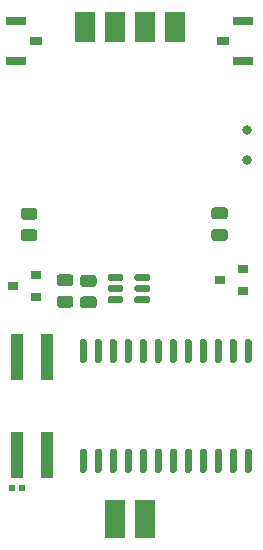
<source format=gbr>
%TF.GenerationSoftware,KiCad,Pcbnew,(5.1.10-1-10_14)*%
%TF.CreationDate,2021-06-13T18:58:13+09:00*%
%TF.ProjectId,tracer,74726163-6572-42e6-9b69-6361645f7063,rev?*%
%TF.SameCoordinates,Original*%
%TF.FileFunction,Soldermask,Bot*%
%TF.FilePolarity,Negative*%
%FSLAX46Y46*%
G04 Gerber Fmt 4.6, Leading zero omitted, Abs format (unit mm)*
G04 Created by KiCad (PCBNEW (5.1.10-1-10_14)) date 2021-06-13 18:58:13*
%MOMM*%
%LPD*%
G01*
G04 APERTURE LIST*
%ADD10C,0.010000*%
%ADD11R,1.800000X2.500000*%
%ADD12R,1.700000X0.800000*%
%ADD13R,1.100000X0.800000*%
%ADD14C,0.800000*%
%ADD15R,1.000000X4.000000*%
%ADD16R,0.500000X0.600000*%
%ADD17R,0.900000X0.800000*%
G04 APERTURE END LIST*
D10*
%TO.C,J1*%
G36*
X500000Y3750000D02*
G01*
X2100000Y3750000D01*
X2100000Y6850000D01*
X500000Y6850000D01*
X500000Y3750000D01*
G37*
X500000Y3750000D02*
X2100000Y3750000D01*
X2100000Y6850000D01*
X500000Y6850000D01*
X500000Y3750000D01*
G36*
X-2100000Y3750000D02*
G01*
X-500000Y3750000D01*
X-500000Y6850000D01*
X-2100000Y6850000D01*
X-2100000Y3750000D01*
G37*
X-2100000Y3750000D02*
X-500000Y3750000D01*
X-500000Y6850000D01*
X-2100000Y6850000D01*
X-2100000Y3750000D01*
%TD*%
D11*
%TO.C,A2*%
X3810000Y46889000D03*
X1270000Y46889000D03*
X-1270000Y46889000D03*
X-3810000Y46889000D03*
%TD*%
D12*
%TO.C,S2*%
X-9588500Y47420000D03*
X-9588500Y44020000D03*
D13*
X-7938500Y45720000D03*
%TD*%
D12*
%TO.C,S1*%
X9588500Y44020000D03*
X9588500Y47420000D03*
D13*
X7938500Y45720000D03*
%TD*%
%TO.C,R4*%
G36*
G01*
X-5911002Y24174500D02*
X-5010998Y24174500D01*
G75*
G02*
X-4761000Y23924502I0J-249998D01*
G01*
X-4761000Y23399498D01*
G75*
G02*
X-5010998Y23149500I-249998J0D01*
G01*
X-5911002Y23149500D01*
G75*
G02*
X-6161000Y23399498I0J249998D01*
G01*
X-6161000Y23924502D01*
G75*
G02*
X-5911002Y24174500I249998J0D01*
G01*
G37*
G36*
G01*
X-5911002Y25999500D02*
X-5010998Y25999500D01*
G75*
G02*
X-4761000Y25749502I0J-249998D01*
G01*
X-4761000Y25224498D01*
G75*
G02*
X-5010998Y24974500I-249998J0D01*
G01*
X-5911002Y24974500D01*
G75*
G02*
X-6161000Y25224498I0J249998D01*
G01*
X-6161000Y25749502D01*
G75*
G02*
X-5911002Y25999500I249998J0D01*
G01*
G37*
%TD*%
%TO.C,R3*%
G36*
G01*
X-3042498Y24911000D02*
X-3942502Y24911000D01*
G75*
G02*
X-4192500Y25160998I0J249998D01*
G01*
X-4192500Y25686002D01*
G75*
G02*
X-3942502Y25936000I249998J0D01*
G01*
X-3042498Y25936000D01*
G75*
G02*
X-2792500Y25686002I0J-249998D01*
G01*
X-2792500Y25160998D01*
G75*
G02*
X-3042498Y24911000I-249998J0D01*
G01*
G37*
G36*
G01*
X-3042498Y23086000D02*
X-3942502Y23086000D01*
G75*
G02*
X-4192500Y23335998I0J249998D01*
G01*
X-4192500Y23861002D01*
G75*
G02*
X-3942502Y24111000I249998J0D01*
G01*
X-3042498Y24111000D01*
G75*
G02*
X-2792500Y23861002I0J-249998D01*
G01*
X-2792500Y23335998D01*
G75*
G02*
X-3042498Y23086000I-249998J0D01*
G01*
G37*
%TD*%
%TO.C,U3*%
G36*
G01*
X1736500Y25865000D02*
X1736500Y25565000D01*
G75*
G02*
X1586500Y25415000I-150000J0D01*
G01*
X561500Y25415000D01*
G75*
G02*
X411500Y25565000I0J150000D01*
G01*
X411500Y25865000D01*
G75*
G02*
X561500Y26015000I150000J0D01*
G01*
X1586500Y26015000D01*
G75*
G02*
X1736500Y25865000I0J-150000D01*
G01*
G37*
G36*
G01*
X1736500Y24915000D02*
X1736500Y24615000D01*
G75*
G02*
X1586500Y24465000I-150000J0D01*
G01*
X561500Y24465000D01*
G75*
G02*
X411500Y24615000I0J150000D01*
G01*
X411500Y24915000D01*
G75*
G02*
X561500Y25065000I150000J0D01*
G01*
X1586500Y25065000D01*
G75*
G02*
X1736500Y24915000I0J-150000D01*
G01*
G37*
G36*
G01*
X1736500Y23965000D02*
X1736500Y23665000D01*
G75*
G02*
X1586500Y23515000I-150000J0D01*
G01*
X561500Y23515000D01*
G75*
G02*
X411500Y23665000I0J150000D01*
G01*
X411500Y23965000D01*
G75*
G02*
X561500Y24115000I150000J0D01*
G01*
X1586500Y24115000D01*
G75*
G02*
X1736500Y23965000I0J-150000D01*
G01*
G37*
G36*
G01*
X-538500Y23965000D02*
X-538500Y23665000D01*
G75*
G02*
X-688500Y23515000I-150000J0D01*
G01*
X-1713500Y23515000D01*
G75*
G02*
X-1863500Y23665000I0J150000D01*
G01*
X-1863500Y23965000D01*
G75*
G02*
X-1713500Y24115000I150000J0D01*
G01*
X-688500Y24115000D01*
G75*
G02*
X-538500Y23965000I0J-150000D01*
G01*
G37*
G36*
G01*
X-538500Y24915000D02*
X-538500Y24615000D01*
G75*
G02*
X-688500Y24465000I-150000J0D01*
G01*
X-1713500Y24465000D01*
G75*
G02*
X-1863500Y24615000I0J150000D01*
G01*
X-1863500Y24915000D01*
G75*
G02*
X-1713500Y25065000I150000J0D01*
G01*
X-688500Y25065000D01*
G75*
G02*
X-538500Y24915000I0J-150000D01*
G01*
G37*
G36*
G01*
X-538500Y25865000D02*
X-538500Y25565000D01*
G75*
G02*
X-688500Y25415000I-150000J0D01*
G01*
X-1713500Y25415000D01*
G75*
G02*
X-1863500Y25565000I0J150000D01*
G01*
X-1863500Y25865000D01*
G75*
G02*
X-1713500Y26015000I150000J0D01*
G01*
X-688500Y26015000D01*
G75*
G02*
X-538500Y25865000I0J-150000D01*
G01*
G37*
%TD*%
D14*
%TO.C,TP14*%
X9906000Y38227000D03*
%TD*%
%TO.C,TP13*%
X9906000Y35687000D03*
%TD*%
D15*
%TO.C,K2*%
X-9525000Y10680000D03*
X-6985000Y10680000D03*
X-6985000Y18980000D03*
X-9525000Y18980000D03*
%TD*%
D16*
%TO.C,D2*%
X-9144000Y7845000D03*
X-9944000Y7845000D03*
%TD*%
%TO.C,R1*%
G36*
G01*
X7169998Y29826000D02*
X8070002Y29826000D01*
G75*
G02*
X8320000Y29576002I0J-249998D01*
G01*
X8320000Y29050998D01*
G75*
G02*
X8070002Y28801000I-249998J0D01*
G01*
X7169998Y28801000D01*
G75*
G02*
X6920000Y29050998I0J249998D01*
G01*
X6920000Y29576002D01*
G75*
G02*
X7169998Y29826000I249998J0D01*
G01*
G37*
G36*
G01*
X7169998Y31651000D02*
X8070002Y31651000D01*
G75*
G02*
X8320000Y31401002I0J-249998D01*
G01*
X8320000Y30875998D01*
G75*
G02*
X8070002Y30626000I-249998J0D01*
G01*
X7169998Y30626000D01*
G75*
G02*
X6920000Y30875998I0J249998D01*
G01*
X6920000Y31401002D01*
G75*
G02*
X7169998Y31651000I249998J0D01*
G01*
G37*
%TD*%
%TO.C,R2*%
G36*
G01*
X-8058998Y30597000D02*
X-8959002Y30597000D01*
G75*
G02*
X-9209000Y30846998I0J249998D01*
G01*
X-9209000Y31372002D01*
G75*
G02*
X-8959002Y31622000I249998J0D01*
G01*
X-8058998Y31622000D01*
G75*
G02*
X-7809000Y31372002I0J-249998D01*
G01*
X-7809000Y30846998D01*
G75*
G02*
X-8058998Y30597000I-249998J0D01*
G01*
G37*
G36*
G01*
X-8058998Y28772000D02*
X-8959002Y28772000D01*
G75*
G02*
X-9209000Y29021998I0J249998D01*
G01*
X-9209000Y29547002D01*
G75*
G02*
X-8959002Y29797000I249998J0D01*
G01*
X-8058998Y29797000D01*
G75*
G02*
X-7809000Y29547002I0J-249998D01*
G01*
X-7809000Y29021998D01*
G75*
G02*
X-8058998Y28772000I-249998J0D01*
G01*
G37*
%TD*%
D17*
%TO.C,Q1*%
X9636000Y26448000D03*
X9636000Y24548000D03*
X7636000Y25498000D03*
%TD*%
%TO.C,Q2*%
X-7890000Y25940000D03*
X-7890000Y24040000D03*
X-9890000Y24990000D03*
%TD*%
%TO.C,U2*%
G36*
G01*
X10183000Y9155000D02*
X9883000Y9155000D01*
G75*
G02*
X9733000Y9305000I0J150000D01*
G01*
X9733000Y11055000D01*
G75*
G02*
X9883000Y11205000I150000J0D01*
G01*
X10183000Y11205000D01*
G75*
G02*
X10333000Y11055000I0J-150000D01*
G01*
X10333000Y9305000D01*
G75*
G02*
X10183000Y9155000I-150000J0D01*
G01*
G37*
G36*
G01*
X8913000Y9155000D02*
X8613000Y9155000D01*
G75*
G02*
X8463000Y9305000I0J150000D01*
G01*
X8463000Y11055000D01*
G75*
G02*
X8613000Y11205000I150000J0D01*
G01*
X8913000Y11205000D01*
G75*
G02*
X9063000Y11055000I0J-150000D01*
G01*
X9063000Y9305000D01*
G75*
G02*
X8913000Y9155000I-150000J0D01*
G01*
G37*
G36*
G01*
X7643000Y9155000D02*
X7343000Y9155000D01*
G75*
G02*
X7193000Y9305000I0J150000D01*
G01*
X7193000Y11055000D01*
G75*
G02*
X7343000Y11205000I150000J0D01*
G01*
X7643000Y11205000D01*
G75*
G02*
X7793000Y11055000I0J-150000D01*
G01*
X7793000Y9305000D01*
G75*
G02*
X7643000Y9155000I-150000J0D01*
G01*
G37*
G36*
G01*
X6373000Y9155000D02*
X6073000Y9155000D01*
G75*
G02*
X5923000Y9305000I0J150000D01*
G01*
X5923000Y11055000D01*
G75*
G02*
X6073000Y11205000I150000J0D01*
G01*
X6373000Y11205000D01*
G75*
G02*
X6523000Y11055000I0J-150000D01*
G01*
X6523000Y9305000D01*
G75*
G02*
X6373000Y9155000I-150000J0D01*
G01*
G37*
G36*
G01*
X5103000Y9155000D02*
X4803000Y9155000D01*
G75*
G02*
X4653000Y9305000I0J150000D01*
G01*
X4653000Y11055000D01*
G75*
G02*
X4803000Y11205000I150000J0D01*
G01*
X5103000Y11205000D01*
G75*
G02*
X5253000Y11055000I0J-150000D01*
G01*
X5253000Y9305000D01*
G75*
G02*
X5103000Y9155000I-150000J0D01*
G01*
G37*
G36*
G01*
X3833000Y9155000D02*
X3533000Y9155000D01*
G75*
G02*
X3383000Y9305000I0J150000D01*
G01*
X3383000Y11055000D01*
G75*
G02*
X3533000Y11205000I150000J0D01*
G01*
X3833000Y11205000D01*
G75*
G02*
X3983000Y11055000I0J-150000D01*
G01*
X3983000Y9305000D01*
G75*
G02*
X3833000Y9155000I-150000J0D01*
G01*
G37*
G36*
G01*
X2563000Y9155000D02*
X2263000Y9155000D01*
G75*
G02*
X2113000Y9305000I0J150000D01*
G01*
X2113000Y11055000D01*
G75*
G02*
X2263000Y11205000I150000J0D01*
G01*
X2563000Y11205000D01*
G75*
G02*
X2713000Y11055000I0J-150000D01*
G01*
X2713000Y9305000D01*
G75*
G02*
X2563000Y9155000I-150000J0D01*
G01*
G37*
G36*
G01*
X1293000Y9155000D02*
X993000Y9155000D01*
G75*
G02*
X843000Y9305000I0J150000D01*
G01*
X843000Y11055000D01*
G75*
G02*
X993000Y11205000I150000J0D01*
G01*
X1293000Y11205000D01*
G75*
G02*
X1443000Y11055000I0J-150000D01*
G01*
X1443000Y9305000D01*
G75*
G02*
X1293000Y9155000I-150000J0D01*
G01*
G37*
G36*
G01*
X23000Y9155000D02*
X-277000Y9155000D01*
G75*
G02*
X-427000Y9305000I0J150000D01*
G01*
X-427000Y11055000D01*
G75*
G02*
X-277000Y11205000I150000J0D01*
G01*
X23000Y11205000D01*
G75*
G02*
X173000Y11055000I0J-150000D01*
G01*
X173000Y9305000D01*
G75*
G02*
X23000Y9155000I-150000J0D01*
G01*
G37*
G36*
G01*
X-1247000Y9155000D02*
X-1547000Y9155000D01*
G75*
G02*
X-1697000Y9305000I0J150000D01*
G01*
X-1697000Y11055000D01*
G75*
G02*
X-1547000Y11205000I150000J0D01*
G01*
X-1247000Y11205000D01*
G75*
G02*
X-1097000Y11055000I0J-150000D01*
G01*
X-1097000Y9305000D01*
G75*
G02*
X-1247000Y9155000I-150000J0D01*
G01*
G37*
G36*
G01*
X-2517000Y9155000D02*
X-2817000Y9155000D01*
G75*
G02*
X-2967000Y9305000I0J150000D01*
G01*
X-2967000Y11055000D01*
G75*
G02*
X-2817000Y11205000I150000J0D01*
G01*
X-2517000Y11205000D01*
G75*
G02*
X-2367000Y11055000I0J-150000D01*
G01*
X-2367000Y9305000D01*
G75*
G02*
X-2517000Y9155000I-150000J0D01*
G01*
G37*
G36*
G01*
X-3787000Y9155000D02*
X-4087000Y9155000D01*
G75*
G02*
X-4237000Y9305000I0J150000D01*
G01*
X-4237000Y11055000D01*
G75*
G02*
X-4087000Y11205000I150000J0D01*
G01*
X-3787000Y11205000D01*
G75*
G02*
X-3637000Y11055000I0J-150000D01*
G01*
X-3637000Y9305000D01*
G75*
G02*
X-3787000Y9155000I-150000J0D01*
G01*
G37*
G36*
G01*
X-3787000Y18455000D02*
X-4087000Y18455000D01*
G75*
G02*
X-4237000Y18605000I0J150000D01*
G01*
X-4237000Y20355000D01*
G75*
G02*
X-4087000Y20505000I150000J0D01*
G01*
X-3787000Y20505000D01*
G75*
G02*
X-3637000Y20355000I0J-150000D01*
G01*
X-3637000Y18605000D01*
G75*
G02*
X-3787000Y18455000I-150000J0D01*
G01*
G37*
G36*
G01*
X-2517000Y18455000D02*
X-2817000Y18455000D01*
G75*
G02*
X-2967000Y18605000I0J150000D01*
G01*
X-2967000Y20355000D01*
G75*
G02*
X-2817000Y20505000I150000J0D01*
G01*
X-2517000Y20505000D01*
G75*
G02*
X-2367000Y20355000I0J-150000D01*
G01*
X-2367000Y18605000D01*
G75*
G02*
X-2517000Y18455000I-150000J0D01*
G01*
G37*
G36*
G01*
X-1247000Y18455000D02*
X-1547000Y18455000D01*
G75*
G02*
X-1697000Y18605000I0J150000D01*
G01*
X-1697000Y20355000D01*
G75*
G02*
X-1547000Y20505000I150000J0D01*
G01*
X-1247000Y20505000D01*
G75*
G02*
X-1097000Y20355000I0J-150000D01*
G01*
X-1097000Y18605000D01*
G75*
G02*
X-1247000Y18455000I-150000J0D01*
G01*
G37*
G36*
G01*
X23000Y18455000D02*
X-277000Y18455000D01*
G75*
G02*
X-427000Y18605000I0J150000D01*
G01*
X-427000Y20355000D01*
G75*
G02*
X-277000Y20505000I150000J0D01*
G01*
X23000Y20505000D01*
G75*
G02*
X173000Y20355000I0J-150000D01*
G01*
X173000Y18605000D01*
G75*
G02*
X23000Y18455000I-150000J0D01*
G01*
G37*
G36*
G01*
X1293000Y18455000D02*
X993000Y18455000D01*
G75*
G02*
X843000Y18605000I0J150000D01*
G01*
X843000Y20355000D01*
G75*
G02*
X993000Y20505000I150000J0D01*
G01*
X1293000Y20505000D01*
G75*
G02*
X1443000Y20355000I0J-150000D01*
G01*
X1443000Y18605000D01*
G75*
G02*
X1293000Y18455000I-150000J0D01*
G01*
G37*
G36*
G01*
X2563000Y18455000D02*
X2263000Y18455000D01*
G75*
G02*
X2113000Y18605000I0J150000D01*
G01*
X2113000Y20355000D01*
G75*
G02*
X2263000Y20505000I150000J0D01*
G01*
X2563000Y20505000D01*
G75*
G02*
X2713000Y20355000I0J-150000D01*
G01*
X2713000Y18605000D01*
G75*
G02*
X2563000Y18455000I-150000J0D01*
G01*
G37*
G36*
G01*
X3833000Y18455000D02*
X3533000Y18455000D01*
G75*
G02*
X3383000Y18605000I0J150000D01*
G01*
X3383000Y20355000D01*
G75*
G02*
X3533000Y20505000I150000J0D01*
G01*
X3833000Y20505000D01*
G75*
G02*
X3983000Y20355000I0J-150000D01*
G01*
X3983000Y18605000D01*
G75*
G02*
X3833000Y18455000I-150000J0D01*
G01*
G37*
G36*
G01*
X5103000Y18455000D02*
X4803000Y18455000D01*
G75*
G02*
X4653000Y18605000I0J150000D01*
G01*
X4653000Y20355000D01*
G75*
G02*
X4803000Y20505000I150000J0D01*
G01*
X5103000Y20505000D01*
G75*
G02*
X5253000Y20355000I0J-150000D01*
G01*
X5253000Y18605000D01*
G75*
G02*
X5103000Y18455000I-150000J0D01*
G01*
G37*
G36*
G01*
X6373000Y18455000D02*
X6073000Y18455000D01*
G75*
G02*
X5923000Y18605000I0J150000D01*
G01*
X5923000Y20355000D01*
G75*
G02*
X6073000Y20505000I150000J0D01*
G01*
X6373000Y20505000D01*
G75*
G02*
X6523000Y20355000I0J-150000D01*
G01*
X6523000Y18605000D01*
G75*
G02*
X6373000Y18455000I-150000J0D01*
G01*
G37*
G36*
G01*
X7643000Y18455000D02*
X7343000Y18455000D01*
G75*
G02*
X7193000Y18605000I0J150000D01*
G01*
X7193000Y20355000D01*
G75*
G02*
X7343000Y20505000I150000J0D01*
G01*
X7643000Y20505000D01*
G75*
G02*
X7793000Y20355000I0J-150000D01*
G01*
X7793000Y18605000D01*
G75*
G02*
X7643000Y18455000I-150000J0D01*
G01*
G37*
G36*
G01*
X8913000Y18455000D02*
X8613000Y18455000D01*
G75*
G02*
X8463000Y18605000I0J150000D01*
G01*
X8463000Y20355000D01*
G75*
G02*
X8613000Y20505000I150000J0D01*
G01*
X8913000Y20505000D01*
G75*
G02*
X9063000Y20355000I0J-150000D01*
G01*
X9063000Y18605000D01*
G75*
G02*
X8913000Y18455000I-150000J0D01*
G01*
G37*
G36*
G01*
X10183000Y18455000D02*
X9883000Y18455000D01*
G75*
G02*
X9733000Y18605000I0J150000D01*
G01*
X9733000Y20355000D01*
G75*
G02*
X9883000Y20505000I150000J0D01*
G01*
X10183000Y20505000D01*
G75*
G02*
X10333000Y20355000I0J-150000D01*
G01*
X10333000Y18605000D01*
G75*
G02*
X10183000Y18455000I-150000J0D01*
G01*
G37*
%TD*%
M02*

</source>
